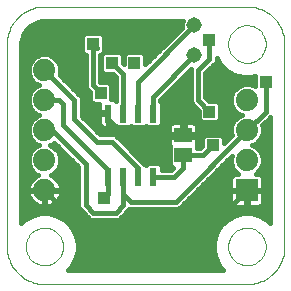
<source format=gtl>
G75*
G70*
%OFA0B0*%
%FSLAX24Y24*%
%IPPOS*%
%LPD*%
%AMOC8*
5,1,8,0,0,1.08239X$1,22.5*
%
%ADD10C,0.0000*%
%ADD11R,0.0740X0.0740*%
%ADD12C,0.0740*%
%ADD13R,0.0236X0.0610*%
%ADD14C,0.0515*%
%ADD15R,0.0591X0.0512*%
%ADD16C,0.0160*%
%ADD17R,0.0396X0.0396*%
D10*
X000680Y001930D02*
X000680Y008680D01*
X000682Y008748D01*
X000687Y008815D01*
X000696Y008882D01*
X000709Y008949D01*
X000726Y009014D01*
X000745Y009079D01*
X000769Y009143D01*
X000796Y009205D01*
X000826Y009266D01*
X000859Y009324D01*
X000895Y009381D01*
X000935Y009436D01*
X000977Y009489D01*
X001023Y009540D01*
X001070Y009587D01*
X001121Y009633D01*
X001174Y009675D01*
X001229Y009715D01*
X001286Y009751D01*
X001344Y009784D01*
X001405Y009814D01*
X001467Y009841D01*
X001531Y009865D01*
X001596Y009884D01*
X001661Y009901D01*
X001728Y009914D01*
X001795Y009923D01*
X001862Y009928D01*
X001930Y009930D01*
X008680Y009930D01*
X008748Y009928D01*
X008815Y009923D01*
X008882Y009914D01*
X008949Y009901D01*
X009014Y009884D01*
X009079Y009865D01*
X009143Y009841D01*
X009205Y009814D01*
X009266Y009784D01*
X009324Y009751D01*
X009381Y009715D01*
X009436Y009675D01*
X009489Y009633D01*
X009540Y009587D01*
X009587Y009540D01*
X009633Y009489D01*
X009675Y009436D01*
X009715Y009381D01*
X009751Y009324D01*
X009784Y009266D01*
X009814Y009205D01*
X009841Y009143D01*
X009865Y009079D01*
X009884Y009014D01*
X009901Y008949D01*
X009914Y008882D01*
X009923Y008815D01*
X009928Y008748D01*
X009930Y008680D01*
X009930Y001930D01*
X009928Y001862D01*
X009923Y001795D01*
X009914Y001728D01*
X009901Y001661D01*
X009884Y001596D01*
X009865Y001531D01*
X009841Y001467D01*
X009814Y001405D01*
X009784Y001344D01*
X009751Y001286D01*
X009715Y001229D01*
X009675Y001174D01*
X009633Y001121D01*
X009587Y001070D01*
X009540Y001023D01*
X009489Y000977D01*
X009436Y000935D01*
X009381Y000895D01*
X009324Y000859D01*
X009266Y000826D01*
X009205Y000796D01*
X009143Y000769D01*
X009079Y000745D01*
X009014Y000726D01*
X008949Y000709D01*
X008882Y000696D01*
X008815Y000687D01*
X008748Y000682D01*
X008680Y000680D01*
X001930Y000680D01*
X001862Y000682D01*
X001795Y000687D01*
X001728Y000696D01*
X001661Y000709D01*
X001596Y000726D01*
X001531Y000745D01*
X001467Y000769D01*
X001405Y000796D01*
X001344Y000826D01*
X001286Y000859D01*
X001229Y000895D01*
X001174Y000935D01*
X001121Y000977D01*
X001070Y001023D01*
X001023Y001070D01*
X000977Y001121D01*
X000935Y001174D01*
X000895Y001229D01*
X000859Y001286D01*
X000826Y001344D01*
X000796Y001405D01*
X000769Y001467D01*
X000745Y001531D01*
X000726Y001596D01*
X000709Y001661D01*
X000696Y001728D01*
X000687Y001795D01*
X000682Y001862D01*
X000680Y001930D01*
X001305Y001930D02*
X001307Y001980D01*
X001313Y002029D01*
X001323Y002078D01*
X001336Y002125D01*
X001354Y002172D01*
X001375Y002217D01*
X001399Y002260D01*
X001427Y002301D01*
X001458Y002340D01*
X001492Y002376D01*
X001529Y002410D01*
X001569Y002440D01*
X001610Y002467D01*
X001654Y002491D01*
X001699Y002511D01*
X001746Y002527D01*
X001794Y002540D01*
X001843Y002549D01*
X001893Y002554D01*
X001942Y002555D01*
X001992Y002552D01*
X002041Y002545D01*
X002090Y002534D01*
X002137Y002520D01*
X002183Y002501D01*
X002228Y002479D01*
X002271Y002454D01*
X002311Y002425D01*
X002349Y002393D01*
X002385Y002359D01*
X002418Y002321D01*
X002447Y002281D01*
X002473Y002239D01*
X002496Y002195D01*
X002515Y002149D01*
X002531Y002102D01*
X002543Y002053D01*
X002551Y002004D01*
X002555Y001955D01*
X002555Y001905D01*
X002551Y001856D01*
X002543Y001807D01*
X002531Y001758D01*
X002515Y001711D01*
X002496Y001665D01*
X002473Y001621D01*
X002447Y001579D01*
X002418Y001539D01*
X002385Y001501D01*
X002349Y001467D01*
X002311Y001435D01*
X002271Y001406D01*
X002228Y001381D01*
X002183Y001359D01*
X002137Y001340D01*
X002090Y001326D01*
X002041Y001315D01*
X001992Y001308D01*
X001942Y001305D01*
X001893Y001306D01*
X001843Y001311D01*
X001794Y001320D01*
X001746Y001333D01*
X001699Y001349D01*
X001654Y001369D01*
X001610Y001393D01*
X001569Y001420D01*
X001529Y001450D01*
X001492Y001484D01*
X001458Y001520D01*
X001427Y001559D01*
X001399Y001600D01*
X001375Y001643D01*
X001354Y001688D01*
X001336Y001735D01*
X001323Y001782D01*
X001313Y001831D01*
X001307Y001880D01*
X001305Y001930D01*
X008055Y001930D02*
X008057Y001980D01*
X008063Y002029D01*
X008073Y002078D01*
X008086Y002125D01*
X008104Y002172D01*
X008125Y002217D01*
X008149Y002260D01*
X008177Y002301D01*
X008208Y002340D01*
X008242Y002376D01*
X008279Y002410D01*
X008319Y002440D01*
X008360Y002467D01*
X008404Y002491D01*
X008449Y002511D01*
X008496Y002527D01*
X008544Y002540D01*
X008593Y002549D01*
X008643Y002554D01*
X008692Y002555D01*
X008742Y002552D01*
X008791Y002545D01*
X008840Y002534D01*
X008887Y002520D01*
X008933Y002501D01*
X008978Y002479D01*
X009021Y002454D01*
X009061Y002425D01*
X009099Y002393D01*
X009135Y002359D01*
X009168Y002321D01*
X009197Y002281D01*
X009223Y002239D01*
X009246Y002195D01*
X009265Y002149D01*
X009281Y002102D01*
X009293Y002053D01*
X009301Y002004D01*
X009305Y001955D01*
X009305Y001905D01*
X009301Y001856D01*
X009293Y001807D01*
X009281Y001758D01*
X009265Y001711D01*
X009246Y001665D01*
X009223Y001621D01*
X009197Y001579D01*
X009168Y001539D01*
X009135Y001501D01*
X009099Y001467D01*
X009061Y001435D01*
X009021Y001406D01*
X008978Y001381D01*
X008933Y001359D01*
X008887Y001340D01*
X008840Y001326D01*
X008791Y001315D01*
X008742Y001308D01*
X008692Y001305D01*
X008643Y001306D01*
X008593Y001311D01*
X008544Y001320D01*
X008496Y001333D01*
X008449Y001349D01*
X008404Y001369D01*
X008360Y001393D01*
X008319Y001420D01*
X008279Y001450D01*
X008242Y001484D01*
X008208Y001520D01*
X008177Y001559D01*
X008149Y001600D01*
X008125Y001643D01*
X008104Y001688D01*
X008086Y001735D01*
X008073Y001782D01*
X008063Y001831D01*
X008057Y001880D01*
X008055Y001930D01*
X008055Y008680D02*
X008057Y008730D01*
X008063Y008779D01*
X008073Y008828D01*
X008086Y008875D01*
X008104Y008922D01*
X008125Y008967D01*
X008149Y009010D01*
X008177Y009051D01*
X008208Y009090D01*
X008242Y009126D01*
X008279Y009160D01*
X008319Y009190D01*
X008360Y009217D01*
X008404Y009241D01*
X008449Y009261D01*
X008496Y009277D01*
X008544Y009290D01*
X008593Y009299D01*
X008643Y009304D01*
X008692Y009305D01*
X008742Y009302D01*
X008791Y009295D01*
X008840Y009284D01*
X008887Y009270D01*
X008933Y009251D01*
X008978Y009229D01*
X009021Y009204D01*
X009061Y009175D01*
X009099Y009143D01*
X009135Y009109D01*
X009168Y009071D01*
X009197Y009031D01*
X009223Y008989D01*
X009246Y008945D01*
X009265Y008899D01*
X009281Y008852D01*
X009293Y008803D01*
X009301Y008754D01*
X009305Y008705D01*
X009305Y008655D01*
X009301Y008606D01*
X009293Y008557D01*
X009281Y008508D01*
X009265Y008461D01*
X009246Y008415D01*
X009223Y008371D01*
X009197Y008329D01*
X009168Y008289D01*
X009135Y008251D01*
X009099Y008217D01*
X009061Y008185D01*
X009021Y008156D01*
X008978Y008131D01*
X008933Y008109D01*
X008887Y008090D01*
X008840Y008076D01*
X008791Y008065D01*
X008742Y008058D01*
X008692Y008055D01*
X008643Y008056D01*
X008593Y008061D01*
X008544Y008070D01*
X008496Y008083D01*
X008449Y008099D01*
X008404Y008119D01*
X008360Y008143D01*
X008319Y008170D01*
X008279Y008200D01*
X008242Y008234D01*
X008208Y008270D01*
X008177Y008309D01*
X008149Y008350D01*
X008125Y008393D01*
X008104Y008438D01*
X008086Y008485D01*
X008073Y008532D01*
X008063Y008581D01*
X008057Y008630D01*
X008055Y008680D01*
D11*
X008680Y003805D03*
D12*
X008680Y004805D03*
X008680Y005805D03*
X008680Y006805D03*
X001930Y006805D03*
X001930Y007805D03*
X001930Y005805D03*
X001930Y004805D03*
X001930Y003805D03*
D13*
X004055Y004238D03*
X004555Y004238D03*
X005055Y004238D03*
X005555Y004238D03*
X005555Y006364D03*
X005055Y006364D03*
X004555Y006364D03*
X004055Y006364D03*
D14*
X006930Y008305D03*
X006930Y009305D03*
D15*
X006555Y005640D03*
X006555Y004970D03*
D16*
X007220Y004970D01*
X007555Y005305D01*
X007913Y005378D02*
X007913Y005569D01*
X007819Y005663D01*
X007291Y005663D01*
X007197Y005569D01*
X007197Y005286D01*
X007121Y005210D01*
X007010Y005210D01*
X007010Y005293D01*
X007007Y005296D01*
X007018Y005314D01*
X007030Y005360D01*
X007030Y005592D01*
X006603Y005592D01*
X006603Y005688D01*
X006507Y005688D01*
X006507Y006076D01*
X006236Y006076D01*
X006190Y006063D01*
X006149Y006040D01*
X006116Y006006D01*
X006092Y005965D01*
X006080Y005919D01*
X006080Y005688D01*
X006507Y005688D01*
X006507Y005592D01*
X006080Y005592D01*
X006080Y005360D01*
X006092Y005314D01*
X006103Y005296D01*
X006100Y005293D01*
X006100Y004648D01*
X006193Y004554D01*
X006215Y004554D01*
X006139Y004478D01*
X005833Y004478D01*
X005833Y004609D01*
X005739Y004703D01*
X005371Y004703D01*
X005305Y004638D01*
X005263Y004679D01*
X005258Y004691D01*
X004383Y005566D01*
X004316Y005633D01*
X004228Y005670D01*
X003779Y005670D01*
X003170Y006279D01*
X003170Y006853D01*
X003133Y006941D01*
X003066Y007008D01*
X002435Y007639D01*
X002460Y007700D01*
X002460Y007910D01*
X002379Y008105D01*
X002230Y008254D01*
X002035Y008335D01*
X001825Y008335D01*
X001630Y008254D01*
X001481Y008105D01*
X001400Y007910D01*
X001400Y007700D01*
X001481Y007505D01*
X001630Y007356D01*
X001752Y007305D01*
X001630Y007254D01*
X001481Y007105D01*
X001400Y006910D01*
X001400Y006700D01*
X001481Y006505D01*
X001630Y006356D01*
X001752Y006305D01*
X001630Y006254D01*
X001481Y006105D01*
X001400Y005910D01*
X001400Y005700D01*
X001481Y005505D01*
X001630Y005356D01*
X001752Y005305D01*
X001630Y005254D01*
X001481Y005105D01*
X001400Y004910D01*
X001400Y004700D01*
X001481Y004505D01*
X001630Y004356D01*
X001724Y004316D01*
X001719Y004315D01*
X001642Y004275D01*
X001572Y004225D01*
X001510Y004163D01*
X001460Y004093D01*
X001420Y004016D01*
X001394Y003934D01*
X001380Y003848D01*
X001380Y003825D01*
X001910Y003825D01*
X001910Y003785D01*
X001950Y003785D01*
X001950Y003825D01*
X002480Y003825D01*
X002480Y003848D01*
X002466Y003934D01*
X002440Y004016D01*
X002400Y004093D01*
X002350Y004163D01*
X002288Y004225D01*
X002218Y004275D01*
X002141Y004315D01*
X002136Y004316D01*
X002230Y004356D01*
X002379Y004505D01*
X002460Y004700D01*
X002460Y004910D01*
X002379Y005105D01*
X002230Y005254D01*
X002108Y005305D01*
X002230Y005356D01*
X002260Y005386D01*
X003065Y004581D01*
X003065Y003257D01*
X003102Y003169D01*
X003169Y003102D01*
X003419Y002852D01*
X003507Y002815D01*
X004353Y002815D01*
X004441Y002852D01*
X004508Y002919D01*
X004758Y003169D01*
X004767Y003190D01*
X006353Y003190D01*
X006441Y003227D01*
X008168Y004953D01*
X008150Y004910D01*
X008150Y004700D01*
X008231Y004505D01*
X008380Y004356D01*
X008381Y004355D01*
X008286Y004355D01*
X008241Y004343D01*
X008199Y004319D01*
X008166Y004286D01*
X008142Y004244D01*
X008130Y004199D01*
X008130Y003825D01*
X008660Y003825D01*
X008660Y003785D01*
X008700Y003785D01*
X008700Y003825D01*
X009230Y003825D01*
X009230Y004199D01*
X009218Y004244D01*
X009194Y004286D01*
X009161Y004319D01*
X009119Y004343D01*
X009074Y004355D01*
X008979Y004355D01*
X008980Y004356D01*
X009129Y004505D01*
X009210Y004700D01*
X009210Y004910D01*
X009129Y005105D01*
X008980Y005254D01*
X008858Y005305D01*
X008980Y005356D01*
X009129Y005505D01*
X009210Y005700D01*
X009210Y005910D01*
X009185Y005971D01*
X009441Y006227D01*
X009450Y006236D01*
X009450Y002723D01*
X009358Y002814D01*
X009107Y002960D01*
X008825Y003035D01*
X008535Y003035D01*
X008253Y002960D01*
X008002Y002814D01*
X007796Y002608D01*
X007650Y002357D01*
X007575Y002075D01*
X007575Y001785D01*
X007650Y001503D01*
X007796Y001252D01*
X007887Y001160D01*
X002723Y001160D01*
X002814Y001252D01*
X002960Y001503D01*
X003035Y001785D01*
X003035Y002075D01*
X002960Y002357D01*
X002814Y002608D01*
X002608Y002814D01*
X002357Y002960D01*
X002075Y003035D01*
X001785Y003035D01*
X001503Y002960D01*
X001252Y002814D01*
X001160Y002723D01*
X001160Y008680D01*
X001167Y008781D01*
X001219Y008975D01*
X001319Y009149D01*
X001461Y009291D01*
X001635Y009391D01*
X001829Y009443D01*
X001930Y009450D01*
X006538Y009450D01*
X006513Y009388D01*
X006513Y009227D01*
X005288Y008003D01*
X005288Y008319D01*
X005194Y008413D01*
X004666Y008413D01*
X004572Y008319D01*
X004572Y008003D01*
X004538Y008036D01*
X004538Y008319D01*
X004444Y008413D01*
X003916Y008413D01*
X003822Y008319D01*
X003822Y007791D01*
X003916Y007697D01*
X004199Y007697D01*
X004315Y007581D01*
X004315Y006782D01*
X004284Y006813D01*
X004243Y006837D01*
X004197Y006849D01*
X004163Y006849D01*
X004163Y007319D01*
X004069Y007413D01*
X003795Y007413D01*
X003795Y008322D01*
X003819Y008322D01*
X003913Y008416D01*
X003913Y008491D01*
X003920Y008507D01*
X003920Y008603D01*
X003913Y008619D01*
X003913Y008944D01*
X003819Y009038D01*
X003291Y009038D01*
X003197Y008944D01*
X003197Y008416D01*
X003291Y008322D01*
X003315Y008322D01*
X003315Y007257D01*
X003352Y007169D01*
X003419Y007102D01*
X003447Y007074D01*
X003447Y006791D01*
X003541Y006697D01*
X003758Y006697D01*
X003757Y006693D01*
X003757Y006364D01*
X003757Y006035D01*
X003769Y005989D01*
X003793Y005948D01*
X003826Y005915D01*
X003867Y005891D01*
X003913Y005879D01*
X004055Y005879D01*
X004197Y005879D01*
X004243Y005891D01*
X004284Y005915D01*
X004317Y005948D01*
X004319Y005951D01*
X004371Y005899D01*
X004739Y005899D01*
X004805Y005965D01*
X004871Y005899D01*
X005239Y005899D01*
X005305Y005965D01*
X005371Y005899D01*
X005739Y005899D01*
X005833Y005993D01*
X005833Y006735D01*
X005795Y006774D01*
X005795Y006831D01*
X006815Y007851D01*
X006815Y006757D01*
X006852Y006669D01*
X007072Y006449D01*
X007072Y006166D01*
X007166Y006072D01*
X007694Y006072D01*
X007788Y006166D01*
X007788Y006694D01*
X007694Y006788D01*
X007411Y006788D01*
X007295Y006904D01*
X007295Y007706D01*
X007633Y008044D01*
X007670Y008132D01*
X007670Y008219D01*
X007796Y008002D01*
X008002Y007796D01*
X008253Y007650D01*
X008535Y007575D01*
X008825Y007575D01*
X008947Y007608D01*
X008947Y007268D01*
X008785Y007335D01*
X008575Y007335D01*
X008380Y007254D01*
X008231Y007105D01*
X008150Y006910D01*
X008150Y006700D01*
X008231Y006505D01*
X008380Y006356D01*
X008502Y006305D01*
X008380Y006254D01*
X008231Y006105D01*
X008150Y005910D01*
X008150Y005700D01*
X008175Y005639D01*
X007913Y005378D01*
X007913Y005435D02*
X007971Y005435D01*
X007889Y005594D02*
X008129Y005594D01*
X008150Y005752D02*
X007030Y005752D01*
X007030Y005688D02*
X007030Y005919D01*
X007018Y005965D01*
X006994Y006006D01*
X006961Y006040D01*
X006920Y006063D01*
X006874Y006076D01*
X006603Y006076D01*
X006603Y005688D01*
X007030Y005688D01*
X007221Y005594D02*
X006603Y005594D01*
X006555Y005640D02*
X004595Y005640D01*
X004055Y006180D01*
X004055Y006364D01*
X004055Y005879D01*
X004055Y006364D01*
X004055Y006364D01*
X003757Y006364D01*
X004055Y006364D01*
X004055Y006364D01*
X003996Y006430D01*
X003430Y006430D01*
X003222Y006228D02*
X003757Y006228D01*
X003757Y006069D02*
X003380Y006069D01*
X003539Y005911D02*
X003834Y005911D01*
X003697Y005752D02*
X006080Y005752D01*
X006080Y005911D02*
X005751Y005911D01*
X005833Y006069D02*
X006212Y006069D01*
X006507Y006069D02*
X006603Y006069D01*
X006603Y005911D02*
X006507Y005911D01*
X006507Y005752D02*
X006603Y005752D01*
X006507Y005594D02*
X004356Y005594D01*
X004514Y005435D02*
X006080Y005435D01*
X006100Y005277D02*
X004673Y005277D01*
X004831Y005118D02*
X006100Y005118D01*
X006100Y004960D02*
X004990Y004960D01*
X005148Y004801D02*
X006100Y004801D01*
X006105Y004643D02*
X005800Y004643D01*
X005833Y004484D02*
X006145Y004484D01*
X006238Y004238D02*
X006555Y004555D01*
X006555Y004970D01*
X007010Y005277D02*
X007187Y005277D01*
X007197Y005435D02*
X007030Y005435D01*
X007030Y005911D02*
X008150Y005911D01*
X008216Y006069D02*
X006898Y006069D01*
X007072Y006228D02*
X005833Y006228D01*
X005833Y006386D02*
X007072Y006386D01*
X006976Y006545D02*
X005833Y006545D01*
X005833Y006703D02*
X006837Y006703D01*
X006815Y006862D02*
X005826Y006862D01*
X005984Y007020D02*
X006815Y007020D01*
X006815Y007179D02*
X006143Y007179D01*
X006301Y007337D02*
X006815Y007337D01*
X006815Y007496D02*
X006460Y007496D01*
X006618Y007654D02*
X006815Y007654D01*
X006815Y007813D02*
X006777Y007813D01*
X007055Y007805D02*
X007055Y006805D01*
X007430Y006430D01*
X007788Y006386D02*
X008349Y006386D01*
X008214Y006545D02*
X007788Y006545D01*
X007779Y006703D02*
X008150Y006703D01*
X008150Y006862D02*
X007338Y006862D01*
X007295Y007020D02*
X008195Y007020D01*
X008304Y007179D02*
X007295Y007179D01*
X007295Y007337D02*
X008947Y007337D01*
X008947Y007496D02*
X007295Y007496D01*
X007295Y007654D02*
X008247Y007654D01*
X007985Y007813D02*
X007402Y007813D01*
X007560Y007971D02*
X007826Y007971D01*
X007722Y008130D02*
X007669Y008130D01*
X007430Y008180D02*
X007055Y007805D01*
X007430Y008180D02*
X007430Y008805D01*
X006930Y009305D02*
X005055Y007430D01*
X005055Y006364D01*
X004859Y005911D02*
X004751Y005911D01*
X004359Y005911D02*
X004276Y005911D01*
X004055Y005911D02*
X004055Y005911D01*
X004055Y006069D02*
X004055Y006069D01*
X004055Y006228D02*
X004055Y006228D01*
X003757Y006386D02*
X003170Y006386D01*
X003170Y006545D02*
X003757Y006545D01*
X003534Y006703D02*
X003170Y006703D01*
X003166Y006862D02*
X003447Y006862D01*
X003447Y007020D02*
X003054Y007020D01*
X002896Y007179D02*
X003348Y007179D01*
X003315Y007337D02*
X002737Y007337D01*
X002579Y007496D02*
X003315Y007496D01*
X003315Y007654D02*
X002441Y007654D01*
X002460Y007813D02*
X003315Y007813D01*
X003315Y007971D02*
X002435Y007971D01*
X002355Y008130D02*
X003315Y008130D01*
X003315Y008288D02*
X002149Y008288D01*
X001711Y008288D02*
X001160Y008288D01*
X001160Y008447D02*
X003197Y008447D01*
X003197Y008605D02*
X001160Y008605D01*
X001165Y008764D02*
X003197Y008764D01*
X003197Y008922D02*
X001205Y008922D01*
X001280Y009081D02*
X006366Y009081D01*
X006513Y009239D02*
X001409Y009239D01*
X001658Y009398D02*
X006516Y009398D01*
X006208Y008922D02*
X003913Y008922D01*
X003913Y008764D02*
X006049Y008764D01*
X005891Y008605D02*
X003919Y008605D01*
X003913Y008447D02*
X005732Y008447D01*
X005574Y008288D02*
X005288Y008288D01*
X005288Y008130D02*
X005415Y008130D01*
X004572Y008130D02*
X004538Y008130D01*
X004538Y008288D02*
X004572Y008288D01*
X004180Y008055D02*
X004555Y007680D01*
X004555Y006364D01*
X004315Y006862D02*
X004163Y006862D01*
X004163Y007020D02*
X004315Y007020D01*
X004315Y007179D02*
X004163Y007179D01*
X004145Y007337D02*
X004315Y007337D01*
X004315Y007496D02*
X003795Y007496D01*
X003795Y007654D02*
X004242Y007654D01*
X003822Y007813D02*
X003795Y007813D01*
X003795Y007971D02*
X003822Y007971D01*
X003822Y008130D02*
X003795Y008130D01*
X003795Y008288D02*
X003822Y008288D01*
X003680Y008555D02*
X003555Y008680D01*
X003555Y007305D01*
X003805Y007055D01*
X002930Y006805D02*
X002930Y006180D01*
X003680Y005430D01*
X004180Y005430D01*
X005055Y004555D01*
X005055Y004238D01*
X005300Y004643D02*
X005310Y004643D01*
X005555Y004238D02*
X006238Y004238D01*
X006747Y003533D02*
X008130Y003533D01*
X008130Y003411D02*
X008142Y003366D01*
X008166Y003324D01*
X008199Y003291D01*
X008241Y003267D01*
X008286Y003255D01*
X008660Y003255D01*
X008660Y003785D01*
X008130Y003785D01*
X008130Y003411D01*
X008140Y003375D02*
X006589Y003375D01*
X006416Y003216D02*
X009450Y003216D01*
X009450Y003375D02*
X009220Y003375D01*
X009218Y003366D02*
X009230Y003411D01*
X009230Y003785D01*
X008700Y003785D01*
X008700Y003255D01*
X009074Y003255D01*
X009119Y003267D01*
X009161Y003291D01*
X009194Y003324D01*
X009218Y003366D01*
X009230Y003533D02*
X009450Y003533D01*
X009450Y003692D02*
X009230Y003692D01*
X009230Y003850D02*
X009450Y003850D01*
X009450Y004009D02*
X009230Y004009D01*
X009230Y004167D02*
X009450Y004167D01*
X009450Y004326D02*
X009149Y004326D01*
X009109Y004484D02*
X009450Y004484D01*
X009450Y004643D02*
X009186Y004643D01*
X009210Y004801D02*
X009450Y004801D01*
X009450Y004960D02*
X009190Y004960D01*
X009117Y005118D02*
X009450Y005118D01*
X009450Y005277D02*
X008927Y005277D01*
X009060Y005435D02*
X009450Y005435D01*
X009450Y005594D02*
X009166Y005594D01*
X009210Y005752D02*
X009450Y005752D01*
X009450Y005911D02*
X009210Y005911D01*
X009283Y006069D02*
X009450Y006069D01*
X009442Y006228D02*
X009450Y006228D01*
X009305Y006430D02*
X009305Y007430D01*
X009305Y006430D02*
X008680Y005805D01*
X006305Y003430D01*
X004805Y003430D01*
X004555Y003680D01*
X004555Y003305D01*
X004305Y003055D01*
X003555Y003055D01*
X003305Y003305D01*
X003305Y004680D01*
X002180Y005805D01*
X001930Y005805D01*
X001550Y005435D02*
X001160Y005435D01*
X001160Y005594D02*
X001444Y005594D01*
X001400Y005752D02*
X001160Y005752D01*
X001160Y005911D02*
X001400Y005911D01*
X001466Y006069D02*
X001160Y006069D01*
X001160Y006228D02*
X001603Y006228D01*
X001599Y006386D02*
X001160Y006386D01*
X001160Y006545D02*
X001464Y006545D01*
X001400Y006703D02*
X001160Y006703D01*
X001160Y006862D02*
X001400Y006862D01*
X001445Y007020D02*
X001160Y007020D01*
X001160Y007179D02*
X001554Y007179D01*
X001675Y007337D02*
X001160Y007337D01*
X001160Y007496D02*
X001490Y007496D01*
X001419Y007654D02*
X001160Y007654D01*
X001160Y007813D02*
X001400Y007813D01*
X001425Y007971D02*
X001160Y007971D01*
X001160Y008130D02*
X001505Y008130D01*
X001930Y007805D02*
X002930Y006805D01*
X002555Y006680D02*
X002430Y006805D01*
X001930Y006805D01*
X002555Y006680D02*
X002555Y005993D01*
X004055Y004493D01*
X004055Y004238D01*
X004055Y003680D01*
X003930Y003555D01*
X004555Y003680D02*
X004555Y004238D01*
X004647Y003058D02*
X009450Y003058D01*
X009450Y002899D02*
X009212Y002899D01*
X009432Y002741D02*
X009450Y002741D01*
X008700Y003375D02*
X008660Y003375D01*
X008660Y003533D02*
X008700Y003533D01*
X008700Y003692D02*
X008660Y003692D01*
X008680Y003805D02*
X007430Y002555D01*
X003180Y002555D01*
X001930Y003805D01*
X001950Y003785D02*
X001950Y003255D01*
X001973Y003255D01*
X002059Y003269D01*
X002141Y003295D01*
X002218Y003335D01*
X002288Y003385D01*
X002350Y003447D01*
X002400Y003517D01*
X002440Y003594D01*
X002466Y003676D01*
X002480Y003762D01*
X002480Y003785D01*
X001950Y003785D01*
X001910Y003785D02*
X001910Y003255D01*
X001887Y003255D01*
X001801Y003269D01*
X001719Y003295D01*
X001642Y003335D01*
X001572Y003385D01*
X001510Y003447D01*
X001460Y003517D01*
X001420Y003594D01*
X001394Y003676D01*
X001380Y003762D01*
X001380Y003785D01*
X001910Y003785D01*
X001910Y003692D02*
X001950Y003692D01*
X001950Y003533D02*
X001910Y003533D01*
X001910Y003375D02*
X001950Y003375D01*
X002273Y003375D02*
X003065Y003375D01*
X003082Y003216D02*
X001160Y003216D01*
X001160Y003375D02*
X001587Y003375D01*
X001451Y003533D02*
X001160Y003533D01*
X001160Y003692D02*
X001391Y003692D01*
X001380Y003850D02*
X001160Y003850D01*
X001160Y004009D02*
X001418Y004009D01*
X001514Y004167D02*
X001160Y004167D01*
X001160Y004326D02*
X001703Y004326D01*
X001501Y004484D02*
X001160Y004484D01*
X001160Y004643D02*
X001424Y004643D01*
X001400Y004801D02*
X001160Y004801D01*
X001160Y004960D02*
X001420Y004960D01*
X001493Y005118D02*
X001160Y005118D01*
X001160Y005277D02*
X001683Y005277D01*
X002177Y005277D02*
X002369Y005277D01*
X002367Y005118D02*
X002528Y005118D01*
X002440Y004960D02*
X002686Y004960D01*
X002845Y004801D02*
X002460Y004801D01*
X002436Y004643D02*
X003003Y004643D01*
X003065Y004484D02*
X002359Y004484D01*
X002157Y004326D02*
X003065Y004326D01*
X003065Y004167D02*
X002346Y004167D01*
X002442Y004009D02*
X003065Y004009D01*
X003065Y003850D02*
X002480Y003850D01*
X002469Y003692D02*
X003065Y003692D01*
X003065Y003533D02*
X002409Y003533D01*
X002462Y002899D02*
X003372Y002899D01*
X003213Y003058D02*
X001160Y003058D01*
X001160Y002899D02*
X001398Y002899D01*
X001178Y002741D02*
X001160Y002741D01*
X002682Y002741D02*
X007928Y002741D01*
X007780Y002582D02*
X002830Y002582D01*
X002921Y002424D02*
X007689Y002424D01*
X007626Y002265D02*
X002984Y002265D01*
X003027Y002107D02*
X007583Y002107D01*
X007575Y001948D02*
X003035Y001948D01*
X003035Y001790D02*
X007575Y001790D01*
X007616Y001631D02*
X002994Y001631D01*
X002942Y001473D02*
X007668Y001473D01*
X007760Y001314D02*
X002850Y001314D01*
X004488Y002899D02*
X008148Y002899D01*
X008130Y003692D02*
X006906Y003692D01*
X007064Y003850D02*
X008130Y003850D01*
X008130Y004009D02*
X007223Y004009D01*
X007381Y004167D02*
X008130Y004167D01*
X008211Y004326D02*
X007540Y004326D01*
X007698Y004484D02*
X008251Y004484D01*
X008174Y004643D02*
X007857Y004643D01*
X008015Y004801D02*
X008150Y004801D01*
X008353Y006228D02*
X007788Y006228D01*
X006930Y008305D02*
X005555Y006930D01*
X005555Y006364D01*
X005359Y005911D02*
X005251Y005911D01*
D17*
X005055Y005305D03*
X003430Y006430D03*
X003805Y007055D03*
X004180Y008055D03*
X003555Y008680D03*
X004930Y008055D03*
X007430Y008805D03*
X007680Y007680D03*
X007430Y006430D03*
X007555Y005305D03*
X009305Y007430D03*
X003930Y003555D03*
X003430Y001930D03*
X007180Y001930D03*
X002055Y008680D03*
M02*

</source>
